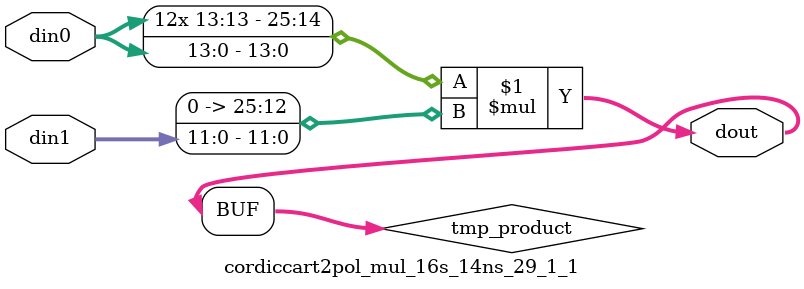
<source format=v>

`timescale 1 ns / 1 ps

 module cordiccart2pol_mul_16s_14ns_29_1_1(din0, din1, dout);
parameter ID = 1;
parameter NUM_STAGE = 0;
parameter din0_WIDTH = 14;
parameter din1_WIDTH = 12;
parameter dout_WIDTH = 26;

input [din0_WIDTH - 1 : 0] din0; 
input [din1_WIDTH - 1 : 0] din1; 
output [dout_WIDTH - 1 : 0] dout;

wire signed [dout_WIDTH - 1 : 0] tmp_product;


























assign tmp_product = $signed(din0) * $signed({1'b0, din1});









assign dout = tmp_product;





















endmodule

</source>
